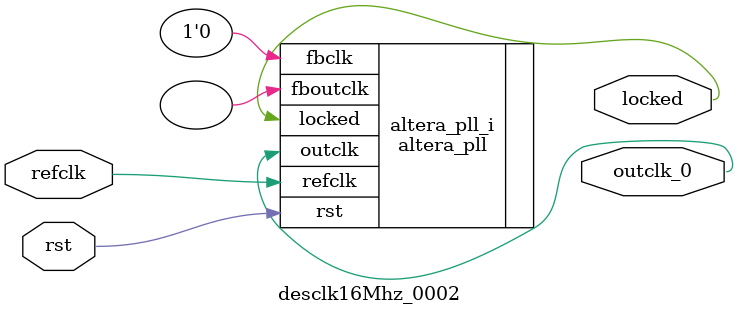
<source format=v>
`timescale 1ns/10ps
module  desclk16Mhz_0002(

	// interface 'refclk'
	input wire refclk,

	// interface 'reset'
	input wire rst,

	// interface 'outclk0'
	output wire outclk_0,

	// interface 'locked'
	output wire locked
);

	altera_pll #(
		.fractional_vco_multiplier("false"),
		.reference_clock_frequency("16.0 MHz"),
		.operation_mode("direct"),
		.number_of_clocks(1),
		.output_clock_frequency0("16.000000 MHz"),
		.phase_shift0("31250 ps"),
		.duty_cycle0(50),
		.output_clock_frequency1("0 MHz"),
		.phase_shift1("0 ps"),
		.duty_cycle1(50),
		.output_clock_frequency2("0 MHz"),
		.phase_shift2("0 ps"),
		.duty_cycle2(50),
		.output_clock_frequency3("0 MHz"),
		.phase_shift3("0 ps"),
		.duty_cycle3(50),
		.output_clock_frequency4("0 MHz"),
		.phase_shift4("0 ps"),
		.duty_cycle4(50),
		.output_clock_frequency5("0 MHz"),
		.phase_shift5("0 ps"),
		.duty_cycle5(50),
		.output_clock_frequency6("0 MHz"),
		.phase_shift6("0 ps"),
		.duty_cycle6(50),
		.output_clock_frequency7("0 MHz"),
		.phase_shift7("0 ps"),
		.duty_cycle7(50),
		.output_clock_frequency8("0 MHz"),
		.phase_shift8("0 ps"),
		.duty_cycle8(50),
		.output_clock_frequency9("0 MHz"),
		.phase_shift9("0 ps"),
		.duty_cycle9(50),
		.output_clock_frequency10("0 MHz"),
		.phase_shift10("0 ps"),
		.duty_cycle10(50),
		.output_clock_frequency11("0 MHz"),
		.phase_shift11("0 ps"),
		.duty_cycle11(50),
		.output_clock_frequency12("0 MHz"),
		.phase_shift12("0 ps"),
		.duty_cycle12(50),
		.output_clock_frequency13("0 MHz"),
		.phase_shift13("0 ps"),
		.duty_cycle13(50),
		.output_clock_frequency14("0 MHz"),
		.phase_shift14("0 ps"),
		.duty_cycle14(50),
		.output_clock_frequency15("0 MHz"),
		.phase_shift15("0 ps"),
		.duty_cycle15(50),
		.output_clock_frequency16("0 MHz"),
		.phase_shift16("0 ps"),
		.duty_cycle16(50),
		.output_clock_frequency17("0 MHz"),
		.phase_shift17("0 ps"),
		.duty_cycle17(50),
		.pll_type("General"),
		.pll_subtype("General")
	) altera_pll_i (
		.rst	(rst),
		.outclk	({outclk_0}),
		.locked	(locked),
		.fboutclk	( ),
		.fbclk	(1'b0),
		.refclk	(refclk)
	);
endmodule


</source>
